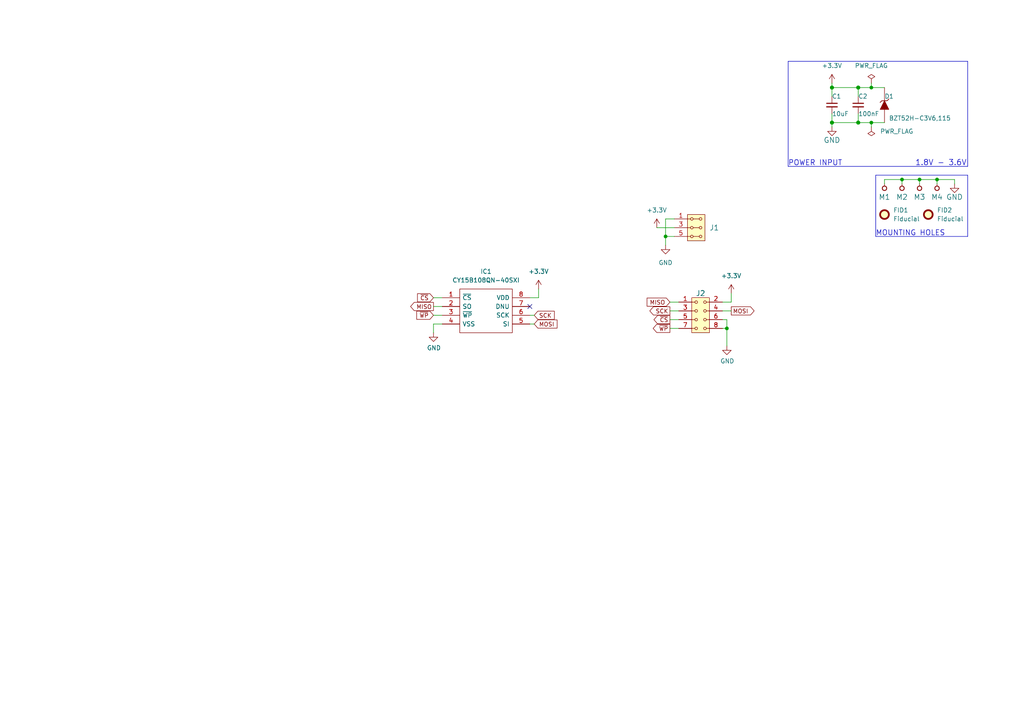
<source format=kicad_sch>
(kicad_sch (version 20230121) (generator eeschema)
  (paper "A4")
  (title_block (title "FRAM01A") (date "2023-06-09") (company "MLAB.cz") (comment 1 "FRAM based data storage"))
  (lib_symbols
    (symbol "CY15B108QN-40SXI:CY15B108QN-40SXI" (pin_names (offset 0.762))
      (property "Reference" "IC1" (at 12.7 7.62 0))
      (property "Value" "CY15B108QN-40SXI" (at 12.7 5.08 0))
      (symbol "CY15B108QN-40SXI_0_0"
        (pin input line (at 0 0 0) (length 5.08) (name "~{CS}") (number "1"))
        (pin output line (at 0 -2.54 0) (length 5.08) (name "SO") (number "2"))
        (pin input line (at 0 -5.08 0) (length 5.08) (name "~{WP}") (number "3"))
        (pin passive line (at 0 -7.62 0) (length 5.08) (name "VSS") (number "4"))
        (pin input line (at 25.4 -7.62 180) (length 5.08) (name "SI") (number "5"))
        (pin input line (at 25.4 -5.08 180) (length 5.08) (name "SCK") (number "6"))
        (pin passive line (at 25.4 -2.54 180) (length 5.08) (name "DNU") (number "7"))
        (pin power_in line (at 25.4 0 180) (length 5.08) (name "VDD") (number "8"))
      )
      (symbol "CY15B108QN-40SXI_0_1"
        (polyline (pts (xy 5.08 2.54) (xy 20.32 2.54) (xy 20.32 -10.16) (xy 5.08 -10.16) (xy 5.08 2.54)) (stroke (width 0.1524)))
      )
    )
    (symbol "GND_1" (power) (pin_names (offset 0))
      (property "Value" "GND_1" (at 0 -3.81 0))
      (symbol "GND_1_0_1"
        (polyline (pts (xy 0 0) (xy 0 -1.27) (xy 1.27 -1.27) (xy 0 -2.54) (xy -1.27 -1.27) (xy 0 -1.27)))
      )
      (symbol "GND_1_1_1"
        (pin power_in line (at 0 0 270) (length 0) hide (name "GND") (number "1"))
      )
    )
    (symbol "ISM02A-rescue:C_Small-Device-ISM02A-rescue" (pin_numbers hide) (pin_names (offset 0.254) hide)
      (property "Reference" "C" (at 0.254 1.778 0))
      (property "Value" "C_Small-Device-ISM02A-rescue" (at 0.254 -2.032 0))
      (symbol "C_Small-Device-ISM02A-rescue_0_1"
        (polyline (pts (xy -1.524 -0.508) (xy 1.524 -0.508)) (stroke (width 0.3302)))
        (polyline (pts (xy -1.524 0.508) (xy 1.524 0.508)) (stroke (width 0.3048)))
      )
      (symbol "C_Small-Device-ISM02A-rescue_1_1"
        (pin passive line (at 0 2.54 270) (length 2.032) (name "~") (number "1"))
        (pin passive line (at 0 -2.54 90) (length 2.032) (name "~") (number "2"))
      )
    )
    (symbol "ISM02A-rescue:D_ZENER-MLAB_D" (pin_numbers hide) (pin_names (offset 1.016) hide)
      (property "Reference" "D" (at 0 2.54 0))
      (property "Value" "D_ZENER-MLAB_D" (at 0 -2.54 0))
      (symbol "D_ZENER-MLAB_D_0_1"
        (polyline (pts (xy -1.778 1.27) (xy -1.27 0.762) (xy -1.27 -0.762) (xy -0.762 -1.27) (xy -0.762 -1.27)) (stroke (width 0.2032)))
        (polyline (pts (xy -1.27 0) (xy 1.27 1.27) (xy 1.27 -1.27) (xy -1.27 0) (xy -1.27 0)) (fill (type outline)))
      )
      (symbol "D_ZENER-MLAB_D_1_1"
        (pin passive line (at -5.08 0 0) (length 3.81) (name "K") (number "1"))
        (pin passive line (at 5.08 0 180) (length 3.81) (name "A") (number "2"))
      )
    )
    (symbol "MLAB_HEADER:HEADER_2x03_PARALLEL" (pin_names (offset 1.016))
      (property "Reference" "J" (at 0 -5.08 0))
      (property "Value" "HEADER_2x03_PARALLEL" (at 0 5.08 0))
      (symbol "HEADER_2x03_PARALLEL_0_1"
        (rectangle (start -2.54 3.81) (end 2.54 -3.81) (fill (type background)))
        (circle (center -1.27 -2.54) (radius 0.381))
        (circle (center -1.27 0) (radius 0.381))
        (circle (center -1.27 2.54) (radius 0.381))
        (polyline (pts (xy -1.651 -2.54) (xy -2.54 -2.54)))
        (polyline (pts (xy -1.651 0) (xy -2.54 0)))
        (polyline (pts (xy -1.651 2.54) (xy -2.54 2.54)))
        (polyline (pts (xy -0.889 -2.54) (xy 0.889 -2.54)))
        (polyline (pts (xy -0.889 0) (xy 0.889 0)))
        (polyline (pts (xy -0.889 2.54) (xy 0.889 2.54)))
        (circle (center 1.27 -2.54) (radius 0.381))
        (circle (center 1.27 0) (radius 0.381))
        (circle (center 1.27 2.54) (radius 0.381))
      )
      (symbol "HEADER_2x03_PARALLEL_1_1"
        (pin input line (at -6.35 2.54 0) (length 3.81) (name "~") (number "1"))
        (pin input line (at -6.35 2.54 0) (length 3.81) hide (name "~") (number "2"))
        (pin input line (at -6.35 0 0) (length 3.81) (name "~") (number "3"))
        (pin input line (at -6.35 0 0) (length 3.81) hide (name "~") (number "4"))
        (pin input line (at -6.35 -2.54 0) (length 3.81) (name "~") (number "5"))
        (pin input line (at -6.35 -2.54 0) (length 3.81) hide (name "~") (number "6"))
      )
    )
    (symbol "MLAB_HEADER:HEADER_2x04" (pin_names (offset 1.016))
      (property "Reference" "J" (at 0 -6.35 0))
      (property "Value" "HEADER_2x04" (at 0 6.35 0))
      (symbol "HEADER_2x04_0_1"
        (rectangle (start -2.54 5.08) (end 2.54 -5.08) (fill (type background)))
        (circle (center -1.27 -3.81) (radius 0.381))
        (circle (center -1.27 -1.27) (radius 0.381))
        (circle (center -1.27 1.27) (radius 0.381))
        (circle (center -1.27 3.81) (radius 0.381))
        (polyline (pts (xy -1.651 -3.81) (xy -2.54 -3.81)))
        (polyline (pts (xy -1.651 -1.27) (xy -2.54 -1.27)))
        (polyline (pts (xy -1.651 1.27) (xy -2.54 1.27)))
        (polyline (pts (xy -1.651 3.81) (xy -2.54 3.81)))
        (polyline (pts (xy 1.651 -3.81) (xy 2.54 -3.81)))
        (polyline (pts (xy 1.651 -1.27) (xy 2.54 -1.27)))
        (polyline (pts (xy 1.651 1.27) (xy 2.54 1.27)))
        (polyline (pts (xy 1.651 3.81) (xy 2.54 3.81)))
        (circle (center 1.27 -3.81) (radius 0.381))
        (circle (center 1.27 -1.27) (radius 0.381))
        (circle (center 1.27 1.27) (radius 0.381))
        (circle (center 1.27 3.81) (radius 0.381))
      )
      (symbol "HEADER_2x04_1_1"
        (pin input line (at -6.35 3.81 0) (length 3.81) (name "~") (number "1"))
        (pin input line (at 6.35 3.81 180) (length 3.81) (name "~") (number "2"))
        (pin input line (at -6.35 1.27 0) (length 3.81) (name "~") (number "3"))
        (pin input line (at 6.35 1.27 180) (length 3.81) (name "~") (number "4"))
        (pin input line (at -6.35 -1.27 0) (length 3.81) (name "~") (number "5"))
        (pin input line (at 6.35 -1.27 180) (length 3.81) (name "~") (number "6"))
        (pin input line (at -6.35 -3.81 0) (length 3.81) (name "~") (number "7"))
        (pin input line (at 6.35 -3.81 180) (length 3.81) (name "~") (number "8"))
      )
    )
    (symbol "Mechanical:Fiducial"
      (property "Reference" "FID" (at 0 5.08 0))
      (property "Value" "Fiducial" (at 0 3.175 0))
      (symbol "Fiducial_0_1"
        (circle (center 0 0) (radius 1.27) (stroke (width 0.508)) (fill (type background)))
      )
    )
    (symbol "mlab-default-rescue:GND" (power) (pin_names (offset 0))
      (property "Value" "GND" (at 0 -3.81 0))
      (symbol "GND_0_1"
        (polyline (pts (xy 0 0) (xy 0 -1.27) (xy 1.27 -1.27) (xy 0 -2.54) (xy -1.27 -1.27) (xy 0 -1.27)))
      )
      (symbol "GND_1_1"
        (pin power_in line (at 0 0 270) (length 0) hide (name "GND") (number "1"))
      )
    )
    (symbol "mlab-default-rescue:HOLE" (pin_numbers hide) (pin_names (offset 1.016) hide)
      (property "Reference" "M" (at 0 2.54 0))
      (property "Value" "HOLE" (at 0 -2.54 0))
      (symbol "HOLE_0_1"
        (circle (center 0 0) (radius 0.635) (stroke (width 0.254)))
      )
      (symbol "HOLE_1_1"
        (pin input line (at 1.27 0 180) (length 0.635) (name "~") (number "1"))
      )
    )
    (symbol "power:+3.3V" (power) (pin_names (offset 0))
      (property "Value" "+3.3V" (at 0 3.556 0))
      (symbol "+3.3V_0_1"
        (polyline (pts (xy -0.762 1.27) (xy 0 2.54)))
        (polyline (pts (xy 0 0) (xy 0 2.54)))
        (polyline (pts (xy 0 2.54) (xy 0.762 1.27)))
      )
      (symbol "+3.3V_1_1"
        (pin power_in line (at 0 0 90) (length 0) hide (name "+3.3V") (number "1"))
      )
    )
    (symbol "power:GND" (power) (pin_names (offset 0))
      (property "Value" "GND" (at 0 -3.81 0))
      (symbol "GND_0_1"
        (polyline (pts (xy 0 0) (xy 0 -1.27) (xy 1.27 -1.27) (xy 0 -2.54) (xy -1.27 -1.27) (xy 0 -1.27)))
      )
      (symbol "GND_1_1"
        (pin power_in line (at 0 0 270) (length 0) hide (name "GND") (number "1"))
      )
    )
    (symbol "power:PWR_FLAG" (power) (pin_numbers hide) (pin_names (offset 0) hide)
      (property "Value" "PWR_FLAG" (at 0 3.81 0))
      (symbol "PWR_FLAG_0_0"
        (pin power_out line (at 0 0 90) (length 0) (name "pwr") (number "1"))
      )
      (symbol "PWR_FLAG_0_1"
        (polyline (pts (xy 0 0) (xy 0 1.27) (xy -1.016 1.905) (xy 0 2.54) (xy 1.016 1.905) (xy 0 1.27)))
      )
    )
  )
  (junction (at 210.82 95.25))
  (junction (at 248.92 25.4) (diameter 1.016))
  (junction (at 271.78 52.07))
  (junction (at 261.62 52.07))
  (junction (at 248.92 35.56) (diameter 1.016))
  (junction (at 266.7 52.07))
  (junction (at 193.04 68.58))
  (junction (at 241.3 35.56) (diameter 1.016))
  (junction (at 252.73 35.56))
  (junction (at 241.3 25.4) (diameter 1.016))
  (junction (at 252.73 25.4))
  (no_connect (at 153.67 88.9))
  (wire (pts (xy 193.04 68.58) (xy 195.58 68.58)))
  (wire (pts (xy 261.62 52.07) (xy 256.54 52.07)))
  (wire (pts (xy 153.67 93.98) (xy 154.94 93.98)))
  (wire (pts (xy 271.78 53.34) (xy 271.78 52.07)))
  (polyline (pts (xy 280.67 50.8) (xy 280.67 68.58)))
  (wire (pts (xy 241.3 33.02) (xy 241.3 35.56)))
  (wire (pts (xy 248.92 25.4) (xy 248.92 27.94)))
  (wire (pts (xy 271.78 52.07) (xy 266.7 52.07)))
  (wire (pts (xy 261.62 53.34) (xy 261.62 52.07)))
  (wire (pts (xy 194.31 87.63) (xy 196.85 87.63)))
  (polyline (pts (xy 280.67 48.26) (xy 280.67 17.78)))
  (wire (pts (xy 125.73 91.44) (xy 128.27 91.44)))
  (wire (pts (xy 209.55 92.71) (xy 210.82 92.71)))
  (wire (pts (xy 190.5 66.04) (xy 195.58 66.04)))
  (polyline (pts (xy 280.67 68.58) (xy 254 68.58)))
  (wire (pts (xy 248.92 25.4) (xy 241.3 25.4)))
  (wire (pts (xy 156.21 86.36) (xy 156.21 83.82)))
  (wire (pts (xy 252.73 25.4) (xy 248.92 25.4)))
  (wire (pts (xy 212.09 87.63) (xy 209.55 87.63)))
  (polyline (pts (xy 254 50.8) (xy 280.67 50.8)))
  (wire (pts (xy 128.27 93.98) (xy 125.73 93.98)))
  (wire (pts (xy 241.3 25.4) (xy 241.3 27.94)))
  (wire (pts (xy 193.04 63.5) (xy 193.04 68.58)))
  (wire (pts (xy 276.86 53.34) (xy 276.86 52.07)))
  (wire (pts (xy 248.92 35.56) (xy 252.73 35.56)))
  (wire (pts (xy 256.54 52.07) (xy 256.54 53.34)))
  (wire (pts (xy 125.73 86.36) (xy 128.27 86.36)))
  (wire (pts (xy 195.58 63.5) (xy 193.04 63.5)))
  (polyline (pts (xy 228.6 48.26) (xy 280.67 48.26)))
  (wire (pts (xy 252.73 35.56) (xy 252.73 36.83)))
  (wire (pts (xy 125.73 88.9) (xy 128.27 88.9)))
  (wire (pts (xy 210.82 95.25) (xy 210.82 100.33)))
  (wire (pts (xy 241.3 35.56) (xy 241.3 36.83)))
  (wire (pts (xy 153.67 91.44) (xy 154.94 91.44)))
  (wire (pts (xy 252.73 24.13) (xy 252.73 25.4)))
  (wire (pts (xy 193.04 68.58) (xy 193.04 71.12)))
  (polyline (pts (xy 254 68.58) (xy 254 50.8)))
  (wire (pts (xy 194.31 92.71) (xy 196.85 92.71)))
  (wire (pts (xy 210.82 92.71) (xy 210.82 95.25)))
  (wire (pts (xy 209.55 90.17) (xy 212.09 90.17)))
  (wire (pts (xy 241.3 24.13) (xy 241.3 25.4)))
  (wire (pts (xy 266.7 52.07) (xy 261.62 52.07)))
  (wire (pts (xy 153.67 86.36) (xy 156.21 86.36)))
  (wire (pts (xy 194.31 90.17) (xy 196.85 90.17)))
  (wire (pts (xy 252.73 35.56) (xy 256.54 35.56)))
  (wire (pts (xy 266.7 53.34) (xy 266.7 52.07)))
  (polyline (pts (xy 280.67 17.78) (xy 228.6 17.78)))
  (wire (pts (xy 248.92 33.02) (xy 248.92 35.56)))
  (wire (pts (xy 256.54 25.4) (xy 252.73 25.4)))
  (wire (pts (xy 212.09 85.09) (xy 212.09 87.63)))
  (wire (pts (xy 209.55 95.25) (xy 210.82 95.25)))
  (polyline (pts (xy 228.6 17.78) (xy 228.6 48.26)))
  (wire (pts (xy 276.86 52.07) (xy 271.78 52.07)))
  (wire (pts (xy 125.73 93.98) (xy 125.73 96.52)))
  (wire (pts (xy 248.92 35.56) (xy 241.3 35.56)))
  (wire (pts (xy 194.31 95.25) (xy 196.85 95.25)))
  (text "1.8V - 3.6V" (at 265.43 48.26 0) (effects (font (size 1.6 1.6)) (justify left bottom)))
  (text "POWER INPUT" (at 228.6 48.26 0) (effects (font (size 1.524 1.524)) (justify left bottom)))
  (text "MOUNTING HOLES" (at 254 68.58 0) (effects (font (size 1.524 1.524)) (justify left bottom)))
  (global_label "MISO" (shape output) (at 125.73 88.9 180) (effects (font (size 1.2 1.2))) (property "Intersheetrefs" "${INTERSHEET_REFS}" (effects hide)))
  (global_label "~{CS}" (shape input) (at 125.73 86.36 180) (effects (font (size 1.2 1.2))) (property "Intersheetrefs" "${INTERSHEET_REFS}" (effects hide)))
  (global_label "~{WP}" (shape input) (at 125.73 91.44 180) (effects (font (size 1.2 1.2))) (property "Intersheetrefs" "${INTERSHEET_REFS}" (effects hide)))
  (global_label "~{WP}" (shape output) (at 194.31 95.25 180) (effects (font (size 1.2 1.2))) (property "Intersheetrefs" "${INTERSHEET_REFS}" (effects hide)))
  (global_label "MISO" (shape input) (at 194.31 87.63 180) (effects (font (size 1.2 1.2))) (property "Intersheetrefs" "${INTERSHEET_REFS}" (effects hide)))
  (global_label "MOSI" (shape output) (at 212.09 90.17 0) (effects (font (size 1.2 1.2))) (property "Intersheetrefs" "${INTERSHEET_REFS}" (effects hide)))
  (global_label "~{CS}" (shape output) (at 194.31 92.71 180) (effects (font (size 1.2 1.2))) (property "Intersheetrefs" "${INTERSHEET_REFS}" (effects hide)))
  (global_label "SCK" (shape output) (at 194.31 90.17 180) (effects (font (size 1.2 1.2))) (property "Intersheetrefs" "${INTERSHEET_REFS}" (effects hide)))
  (global_label "MOSI" (shape input) (at 154.94 93.98 0) (effects (font (size 1.2 1.2))) (property "Intersheetrefs" "${INTERSHEET_REFS}" (effects hide)))
  (global_label "SCK" (shape input) (at 154.94 91.44 0) (effects (font (size 1.2 1.2))) (property "Intersheetrefs" "${INTERSHEET_REFS}" (effects hide)))
  (symbol (lib_id "power:PWR_FLAG") (at 252.73 24.13 0) (unit 1) (in_bom no)
    (property "Reference" "#FLG01" (effects hide))
    (property "Value" "PWR_FLAG" (at 252.73 19.05 0))
  )
  (symbol (lib_id "power:+3.3V") (at 241.3 24.13 0) (unit 1)
    (property "Reference" "#PWR0102" (effects hide))
    (property "Value" "+3.3V" (at 241.3 19.05 0))
  )
  (symbol (lib_id "ISM02A-rescue:D_ZENER-MLAB_D") (at 256.54 30.48 270) (unit 1)
    (property "Reference" "D1" (at 256.54 27.94 90) (effects (justify left)))
    (property "Value" "BZT52H-C3V6,115" (at 257.81 34.29 90) (effects (justify left)))
    (property "Footprint" "Diode_SMD:D_SOD-123F" (effects hide))
    (property "Datasheet" "BZT52H-C3V6,115" (effects hide))
    (property "UST_ID" "650b35ab462c6d9e720543d0" (effects hide))
  )
  (symbol (lib_id "power:PWR_FLAG") (at 252.73 36.83 180) (unit 1) (in_bom no)
    (property "Reference" "#FLG02" (effects hide))
    (property "Value" "PWR_FLAG" (at 255.27 38.0999 0) (effects (justify right)))
  )
  (symbol (lib_id "mlab-default-rescue:GND") (at 276.86 53.34 0) (unit 1)
    (property "Reference" "#PWR05" (effects hide))
    (property "Value" "GND" (at 276.86 57.15 0) (effects (font (size 1.524 1.524))))
  )
  (symbol (lib_id "power:GND") (at 125.73 96.52 0) (unit 1)
    (property "Reference" "#PWR03" (effects hide))
    (property "Value" "GND" (at 125.857 100.9142 0))
  )
  (symbol (lib_id "CY15B108QN-40SXI:CY15B108QN-40SXI") (at 128.27 86.36 0) (unit 1)
    (property "Reference" "IC1" (at 140.97 78.74 0))
    (property "Value" "CY15B108QN-40SXI" (at 140.97 81.28 0))
    (property "Footprint" "KiCad:SOIC127P800X203-8N" (effects hide))
    (property "Datasheet" "https://www.mouser.in/datasheet/2/196/CYPR_S_A0011123055_1-3004611.pdf" (effects hide))
    (property "Description" "F-RAM Excelon LP 40 MHz 8-EIAJ" (effects hide))
    (property "Height" "2.03" (effects hide))
    (property "Mouser Part Number" "727-CY15B108QN-40SXI" (effects hide))
    (property "Mouser Price/Stock" "https://www.mouser.co.uk/ProductDetail/Infineon-Cypress/CY15B108QN-40SXI?qs=P1JMDcb91o4DSS%2FkAQM5uA%3D%3D" (effects hide))
    (property "Manufacturer_Name" "Infineon / Cypress" (effects hide))
    (property "Manufacturer_Part_Number" "CY15B108QN-40SXI" (effects hide))
    (property "UST_ID" "650b3dae462c6d9e72054477" (effects hide))
  )
  (symbol (lib_id "mlab-default-rescue:HOLE") (at 256.54 54.61 90) (unit 1) (in_bom no)
    (property "Reference" "M1" (at 256.54 57.15 90) (effects (font (size 1.524 1.524))))
    (property "Value" "HOLE M3" (effects hide))
    (property "Footprint" "Mlab_Mechanical:MountingHole_3mm" (effects hide))
  )
  (symbol (lib_id "MLAB_HEADER:HEADER_2x03_PARALLEL") (at 201.93 66.04 0) (unit 1)
    (property "Reference" "J1" (at 205.74 66.04 0) (effects (font (size 1.524 1.524)) (justify left)))
    (property "Value" "HEADER_2x03_PARALLEL" (effects hide))
    (property "Footprint" "Connector_PinHeader_2.54mm:PinHeader_2x03_P2.54mm_Vertical" (effects hide))
  )
  (symbol (lib_id "Mechanical:Fiducial") (at 269.24 62.23 0) (unit 1) (in_bom no)
    (property "Reference" "FID2" (at 271.78 60.96 0) (effects (justify left)))
    (property "Value" "Fiducial" (at 271.78 63.5 0) (effects (justify left)))
    (property "Footprint" "Fiducial:Fiducial_1mm_Mask2mm" (effects hide))
  )
  (symbol (lib_id "power:+3.3V") (at 212.09 85.09 0) (unit 1)
    (property "Reference" "#PWR0101" (effects hide))
    (property "Value" "+3.3V" (at 212.09 80.01 0))
  )
  (symbol (lib_id "power:+3.3V") (at 156.21 83.82 0) (unit 1)
    (property "Reference" "#PWR01" (effects hide))
    (property "Value" "+3.3V" (at 156.21 78.74 0))
  )
  (symbol (lib_id "mlab-default-rescue:HOLE") (at 266.7 54.61 90) (unit 1) (in_bom no)
    (property "Reference" "M3" (at 266.7 57.15 90) (effects (font (size 1.524 1.524))))
    (property "Value" "HOLE" (effects hide))
    (property "Footprint" "Mlab_Mechanical:MountingHole_3mm" (effects hide))
  )
  (symbol (lib_id "mlab-default-rescue:HOLE") (at 271.78 54.61 90) (unit 1) (in_bom no)
    (property "Reference" "M4" (at 271.78 57.15 90) (effects (font (size 1.524 1.524))))
    (property "Value" "HOLE" (effects hide))
    (property "Footprint" "Mlab_Mechanical:MountingHole_3mm" (effects hide))
  )
  (symbol (lib_name "GND_1") (lib_id "power:GND") (at 193.04 71.12 0) (unit 1)
    (property "Reference" "#PWR06" (effects hide))
    (property "Value" "GND" (at 193.04 76.2 0))
  )
  (symbol (lib_id "mlab-default-rescue:HOLE") (at 261.62 54.61 90) (unit 1) (in_bom no)
    (property "Reference" "M2" (at 261.62 57.15 90) (effects (font (size 1.524 1.524))))
    (property "Value" "HOLE M3" (effects hide))
    (property "Footprint" "Mlab_Mechanical:MountingHole_3mm" (effects hide))
  )
  (symbol (lib_id "power:GND") (at 241.3 36.83 0) (unit 1)
    (property "Reference" "#PWR04" (effects hide))
    (property "Value" "GND" (at 241.3 40.64 0) (effects (font (size 1.524 1.524))))
  )
  (symbol (lib_id "Mechanical:Fiducial") (at 256.54 62.23 0) (unit 1) (in_bom no)
    (property "Reference" "FID1" (at 259.08 60.96 0) (effects (justify left)))
    (property "Value" "Fiducial" (at 259.08 63.5 0) (effects (justify left)))
    (property "Footprint" "Fiducial:Fiducial_1mm_Mask2mm" (effects hide))
  )
  (symbol (lib_id "power:GND") (at 210.82 100.33 0) (unit 1)
    (property "Reference" "#PWR07" (effects hide))
    (property "Value" "GND" (at 210.947 104.7242 0))
  )
  (symbol (lib_id "ISM02A-rescue:C_Small-Device-ISM02A-rescue") (at 248.92 30.48 0) (unit 1)
    (property "Reference" "C2" (at 248.92 27.94 0) (effects (justify left)))
    (property "Value" "100nF" (at 248.92 33.02 0) (effects (justify left)))
    (property "Footprint" "Capacitor_SMD:C_0805_2012Metric" (effects hide))
    (property "UST_id" "C0805_100n" (effects hide))
    (property "UST_ID" "5c70984712875079b91f8b4c" (effects hide))
  )
  (symbol (lib_id "MLAB_HEADER:HEADER_2x04") (at 203.2 91.44 0) (unit 1)
    (property "Reference" "J2" (at 203.2 85.09 0) (effects (font (size 1.524 1.524))))
    (property "Value" "HEADER_2x04" (effects hide))
    (property "Footprint" "Connector_PinHeader_2.54mm:PinHeader_2x04_P2.54mm_Vertical" (effects hide))
  )
  (symbol (lib_id "power:+3.3V") (at 190.5 66.04 0) (unit 1)
    (property "Reference" "#PWR08" (effects hide))
    (property "Value" "+3.3V" (at 190.5 60.96 0))
  )
  (symbol (lib_id "ISM02A-rescue:C_Small-Device-ISM02A-rescue") (at 241.3 30.48 0) (unit 1)
    (property "Reference" "C1" (at 241.3 27.94 0) (effects (justify left)))
    (property "Value" "10uF" (at 241.3 33.02 0) (effects (justify left)))
    (property "Footprint" "Capacitor_SMD:C_0805_2012Metric" (effects hide))
    (property "UST_ID" "5c70984812875079b91f8bbe" (effects hide))
  )
)
</source>
